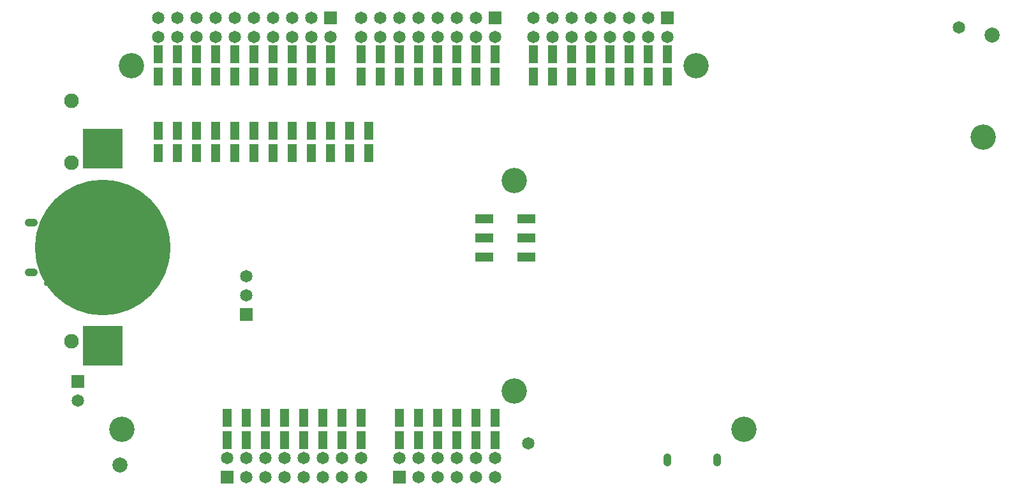
<source format=gbs>
G04*
G04 #@! TF.GenerationSoftware,Altium Limited,Altium Designer,18.0.11 (651)*
G04*
G04 Layer_Color=16711935*
%FSLAX24Y24*%
%MOIN*%
G70*
G01*
G75*
%ADD139C,0.0787*%
%ADD155R,0.0462X0.0922*%
%ADD181C,0.0651*%
%ADD182C,0.1320*%
%ADD183R,0.0651X0.0651*%
%ADD184R,0.0651X0.0651*%
%ADD185O,0.0690X0.0414*%
%ADD186O,0.0414X0.0690*%
%ADD187C,0.0761*%
%ADD188C,0.0300*%
%ADD231C,0.7087*%
%ADD232R,0.2060X0.2060*%
G04:AMPARAMS|DCode=233|XSize=399.7mil|YSize=399.7mil|CornerRadius=101.4mil|HoleSize=0mil|Usage=FLASHONLY|Rotation=270.000|XOffset=0mil|YOffset=0mil|HoleType=Round|Shape=RoundedRectangle|*
%AMROUNDEDRECTD233*
21,1,0.3997,0.1969,0,0,270.0*
21,1,0.1969,0.3997,0,0,270.0*
1,1,0.2029,-0.0984,-0.0984*
1,1,0.2029,-0.0984,0.0984*
1,1,0.2029,0.0984,0.0984*
1,1,0.2029,0.0984,-0.0984*
%
%ADD233ROUNDEDRECTD233*%
%ADD234R,0.0934X0.0462*%
D139*
X50973Y23600D02*
D03*
X5411Y1120D02*
D03*
D155*
X15400Y17423D02*
D03*
Y18577D02*
D03*
X16400Y17423D02*
D03*
Y18577D02*
D03*
X7400D02*
D03*
Y17423D02*
D03*
X11400D02*
D03*
Y18577D02*
D03*
X12400Y17423D02*
D03*
Y18577D02*
D03*
X10400Y17423D02*
D03*
Y18577D02*
D03*
X9400Y17423D02*
D03*
Y18577D02*
D03*
X8400D02*
D03*
Y17423D02*
D03*
X14400Y18577D02*
D03*
Y17423D02*
D03*
X13400Y18577D02*
D03*
Y17423D02*
D03*
X17400Y18577D02*
D03*
Y17423D02*
D03*
X18400Y18577D02*
D03*
Y17423D02*
D03*
X10400Y22577D02*
D03*
Y21423D02*
D03*
X9400Y22577D02*
D03*
Y21423D02*
D03*
X15400Y22577D02*
D03*
Y21423D02*
D03*
X14400D02*
D03*
Y22577D02*
D03*
X13400Y21423D02*
D03*
Y22577D02*
D03*
X11400Y21423D02*
D03*
Y22577D02*
D03*
X12400Y21423D02*
D03*
Y22577D02*
D03*
X16400D02*
D03*
Y21423D02*
D03*
X7400D02*
D03*
Y22577D02*
D03*
X8400Y21423D02*
D03*
Y22577D02*
D03*
X34000Y21423D02*
D03*
Y22577D02*
D03*
X30000D02*
D03*
Y21423D02*
D03*
X29000Y22577D02*
D03*
Y21423D02*
D03*
X31000Y22577D02*
D03*
Y21423D02*
D03*
X32000Y22577D02*
D03*
Y21423D02*
D03*
X33000D02*
D03*
Y22577D02*
D03*
X27000Y21423D02*
D03*
Y22577D02*
D03*
X28000Y21423D02*
D03*
Y22577D02*
D03*
X25000Y21423D02*
D03*
Y22577D02*
D03*
X21000D02*
D03*
Y21423D02*
D03*
X20000Y22577D02*
D03*
Y21423D02*
D03*
X22000Y22577D02*
D03*
Y21423D02*
D03*
X23000Y22577D02*
D03*
Y21423D02*
D03*
X24000D02*
D03*
Y22577D02*
D03*
X18000Y21423D02*
D03*
Y22577D02*
D03*
X19000Y21423D02*
D03*
Y22577D02*
D03*
X11000Y3577D02*
D03*
Y2423D02*
D03*
X15000D02*
D03*
Y3577D02*
D03*
X16000Y2423D02*
D03*
Y3577D02*
D03*
X14000Y2423D02*
D03*
Y3577D02*
D03*
X13000Y2423D02*
D03*
Y3577D02*
D03*
X12000D02*
D03*
Y2423D02*
D03*
X18000Y3577D02*
D03*
Y2423D02*
D03*
X17000Y3577D02*
D03*
Y2423D02*
D03*
X21000D02*
D03*
Y3577D02*
D03*
X22000D02*
D03*
Y2423D02*
D03*
X23000Y3577D02*
D03*
Y2423D02*
D03*
X25000Y3577D02*
D03*
Y2423D02*
D03*
X24000Y3577D02*
D03*
Y2423D02*
D03*
X20000D02*
D03*
Y3577D02*
D03*
D181*
X12000Y10000D02*
D03*
Y11000D02*
D03*
X3220Y4490D02*
D03*
X7400Y24500D02*
D03*
Y23500D02*
D03*
X8400D02*
D03*
Y24500D02*
D03*
X10400D02*
D03*
Y23500D02*
D03*
X11400D02*
D03*
Y24500D02*
D03*
X13400Y23500D02*
D03*
Y24500D02*
D03*
X16400Y23500D02*
D03*
X15400Y24500D02*
D03*
Y23500D02*
D03*
X14400Y24500D02*
D03*
Y23500D02*
D03*
X12400Y24500D02*
D03*
Y23500D02*
D03*
X9400D02*
D03*
Y24500D02*
D03*
X27000D02*
D03*
Y23500D02*
D03*
X30000D02*
D03*
Y24500D02*
D03*
X32000Y23500D02*
D03*
Y24500D02*
D03*
X33000Y23500D02*
D03*
Y24500D02*
D03*
X34000Y23500D02*
D03*
X31000Y24500D02*
D03*
Y23500D02*
D03*
X29000Y24500D02*
D03*
Y23500D02*
D03*
X28000D02*
D03*
Y24500D02*
D03*
X18000D02*
D03*
Y23500D02*
D03*
X21000D02*
D03*
Y24500D02*
D03*
X23000Y23500D02*
D03*
Y24500D02*
D03*
X24000Y23500D02*
D03*
Y24500D02*
D03*
X25000Y23500D02*
D03*
X22000Y24500D02*
D03*
Y23500D02*
D03*
X20000Y24500D02*
D03*
Y23500D02*
D03*
X19000D02*
D03*
Y24500D02*
D03*
X18000Y500D02*
D03*
Y1500D02*
D03*
X15000D02*
D03*
Y500D02*
D03*
X13000Y1500D02*
D03*
Y500D02*
D03*
X12000Y1500D02*
D03*
Y500D02*
D03*
X11000Y1500D02*
D03*
X14000Y500D02*
D03*
Y1500D02*
D03*
X16000Y500D02*
D03*
Y1500D02*
D03*
X17000D02*
D03*
Y500D02*
D03*
X25000Y1500D02*
D03*
Y500D02*
D03*
X23000Y1500D02*
D03*
Y500D02*
D03*
X20000Y1500D02*
D03*
X21000Y500D02*
D03*
Y1500D02*
D03*
X22000Y500D02*
D03*
Y1500D02*
D03*
X24000Y500D02*
D03*
Y1500D02*
D03*
X49250Y24000D02*
D03*
X26750Y2250D02*
D03*
D182*
X50500Y18250D02*
D03*
X26000Y5000D02*
D03*
Y16000D02*
D03*
X5500Y3000D02*
D03*
X6000Y22000D02*
D03*
X38000Y3000D02*
D03*
X35500Y22000D02*
D03*
D183*
X12000Y9000D02*
D03*
X3220Y5490D02*
D03*
D184*
X16400Y24500D02*
D03*
X34000D02*
D03*
X25000D02*
D03*
X11000Y500D02*
D03*
X20000D02*
D03*
D185*
X765Y13799D02*
D03*
Y11201D02*
D03*
D186*
X34027Y1400D02*
D03*
X36626D02*
D03*
D187*
X2880Y7590D02*
D03*
Y16929D02*
D03*
Y20157D02*
D03*
D188*
X6340Y11790D02*
D03*
X1590Y10630D02*
D03*
X5930Y15480D02*
D03*
X6310Y14550D02*
D03*
X3370Y15434D02*
D03*
X2790Y13554D02*
D03*
X1360Y11844D02*
D03*
Y12754D02*
D03*
X4326Y11795D02*
D03*
X3700Y13504D02*
D03*
X5296Y11670D02*
D03*
X4500Y14500D02*
D03*
X4216Y11080D02*
D03*
X2446Y11870D02*
D03*
X6300Y12360D02*
D03*
X3210Y14500D02*
D03*
X2760Y15190D02*
D03*
X7140Y14630D02*
D03*
X3140Y11780D02*
D03*
X2670Y11360D02*
D03*
X4650Y10990D02*
D03*
X5060D02*
D03*
X5020Y9660D02*
D03*
X4670D02*
D03*
D231*
X4500Y12494D02*
D03*
D232*
Y7344D02*
D03*
Y17644D02*
D03*
D233*
Y12494D02*
D03*
D234*
X24438Y12000D02*
D03*
X26662D02*
D03*
X24438Y13000D02*
D03*
Y14000D02*
D03*
X26662Y13000D02*
D03*
Y14000D02*
D03*
M02*

</source>
